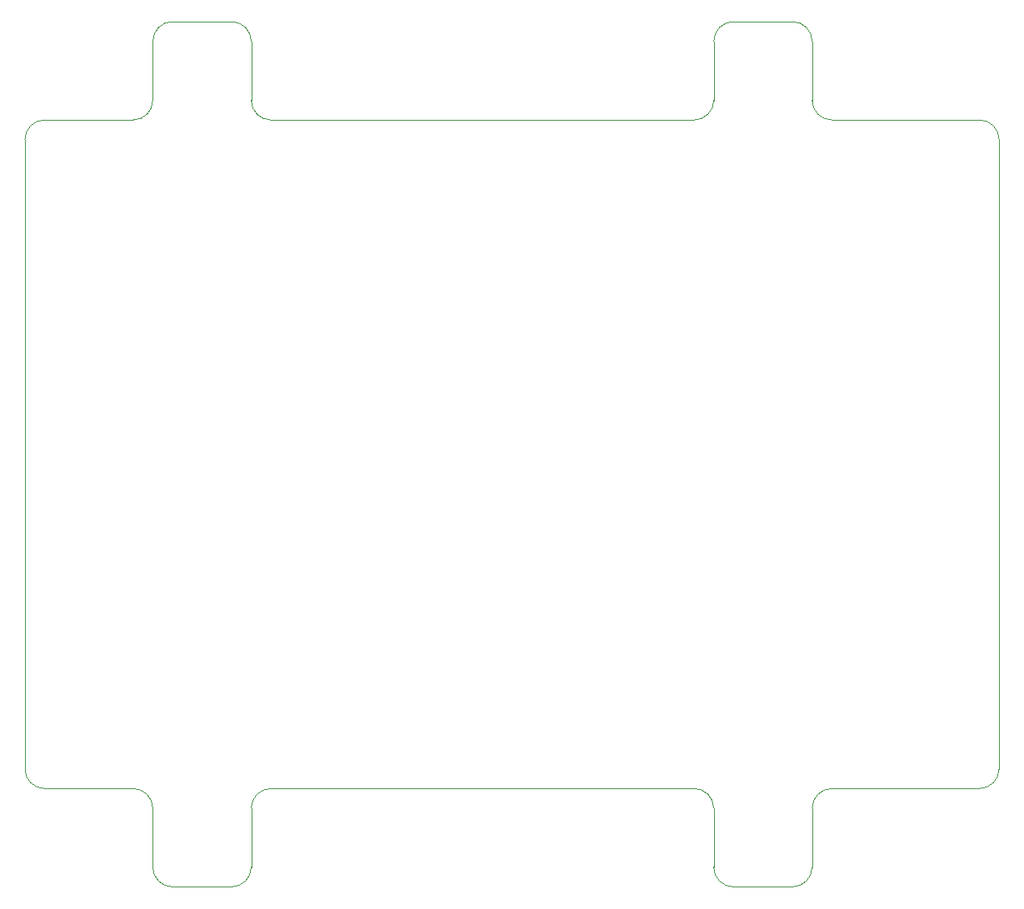
<source format=gm1>
G04 #@! TF.GenerationSoftware,KiCad,Pcbnew,8.0.1*
G04 #@! TF.CreationDate,2024-10-28T21:29:32-04:00*
G04 #@! TF.ProjectId,GHOUL-CloudCruiser,47484f55-4c2d-4436-9c6f-756443727569,rev?*
G04 #@! TF.SameCoordinates,Original*
G04 #@! TF.FileFunction,Profile,NP*
%FSLAX46Y46*%
G04 Gerber Fmt 4.6, Leading zero omitted, Abs format (unit mm)*
G04 Created by KiCad (PCBNEW 8.0.1) date 2024-10-28 21:29:32*
%MOMM*%
%LPD*%
G01*
G04 APERTURE LIST*
G04 #@! TA.AperFunction,Profile*
%ADD10C,0.100000*%
G04 #@! TD*
G04 #@! TA.AperFunction,Profile*
%ADD11C,0.050000*%
G04 #@! TD*
G04 APERTURE END LIST*
D10*
X115000000Y-50000000D02*
X121000000Y-50000000D01*
D11*
X170000000Y-58000000D02*
G75*
G02*
X168000000Y-60000000I-2000000J0D01*
G01*
D10*
X172000000Y-138000000D02*
G75*
G02*
X170000000Y-136000000I0J2000000D01*
G01*
X115000000Y-138000000D02*
G75*
G02*
X113000000Y-136000000I0J2000000D01*
G01*
X113000000Y-58000000D02*
X113000000Y-52000000D01*
X123000000Y-52000000D02*
X123000000Y-58000000D01*
X178000000Y-50000000D02*
G75*
G02*
X180000000Y-52000000I0J-2000000D01*
G01*
X182000000Y-128000000D02*
X197000000Y-128000000D01*
X100000000Y-62000000D02*
X100000000Y-126000000D01*
X102000000Y-60000000D02*
X111000000Y-60000000D01*
X182000000Y-60000000D02*
X197000000Y-60000000D01*
D11*
X199000000Y-126000000D02*
G75*
G02*
X197000000Y-128000000I-2000000J0D01*
G01*
D10*
X170000000Y-52000000D02*
G75*
G02*
X172000000Y-50000000I2000000J0D01*
G01*
X180000000Y-130000000D02*
X180000000Y-136000000D01*
X111000000Y-128000000D02*
X102000000Y-128000000D01*
D11*
X180000000Y-130000000D02*
G75*
G02*
X182000000Y-128000000I2000000J0D01*
G01*
D10*
X170000000Y-58000000D02*
X170000000Y-52000000D01*
X113000000Y-52000000D02*
G75*
G02*
X115000000Y-50000000I2000000J0D01*
G01*
X121000000Y-50000000D02*
G75*
G02*
X123000000Y-52000000I0J-2000000D01*
G01*
X102000000Y-128000000D02*
G75*
G02*
X100000000Y-126000000I0J2000000D01*
G01*
X180000000Y-136000000D02*
G75*
G02*
X178000000Y-138000000I-2000000J0D01*
G01*
X113000000Y-136000000D02*
X113000000Y-130000000D01*
X123000000Y-136000000D02*
G75*
G02*
X121000000Y-138000000I-2000000J0D01*
G01*
D11*
X168000000Y-128000000D02*
X125000000Y-128000000D01*
D10*
X121000000Y-138000000D02*
X115000000Y-138000000D01*
X100000000Y-62000000D02*
G75*
G02*
X102000000Y-60000000I2000000J0D01*
G01*
X111000000Y-128000000D02*
G75*
G02*
X113000000Y-130000000I0J-2000000D01*
G01*
X125000000Y-60000000D02*
X168000000Y-60000000D01*
X197000000Y-60000000D02*
G75*
G02*
X199000000Y-62000000I0J-2000000D01*
G01*
X123000000Y-130000000D02*
X123000000Y-136000000D01*
X178000000Y-138000000D02*
X172000000Y-138000000D01*
X113000000Y-58000000D02*
G75*
G02*
X111000000Y-60000000I-2000000J0D01*
G01*
D11*
X182000000Y-60000000D02*
G75*
G02*
X180000000Y-58000000I0J2000000D01*
G01*
D10*
X125000000Y-60000000D02*
G75*
G02*
X123000000Y-58000000I0J2000000D01*
G01*
D11*
X168000000Y-128000000D02*
G75*
G02*
X170000000Y-130000000I0J-2000000D01*
G01*
D10*
X199000000Y-126000000D02*
X199000000Y-62000000D01*
X123000000Y-130000000D02*
G75*
G02*
X125000000Y-128000000I2000000J0D01*
G01*
D11*
X180000000Y-52000000D02*
X180000000Y-58000000D01*
X170000000Y-136000000D02*
X170000000Y-130000000D01*
D10*
X172000000Y-50000000D02*
X178000000Y-50000000D01*
M02*

</source>
